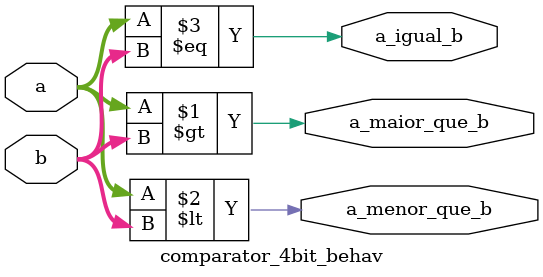
<source format=v>
module comparator_4bit_behav(
    input wire [3:0] a,
    input wire [3:0] b, 
    output wire a_maior_que_b, 
    output wire a_menor_que_b, 
    output wire a_igual_b  
);
    
    assign a_maior_que_b = (a > b);
    assign a_menor_que_b = (a < b);
    assign a_igual_b = (a == b);

endmodule

</source>
